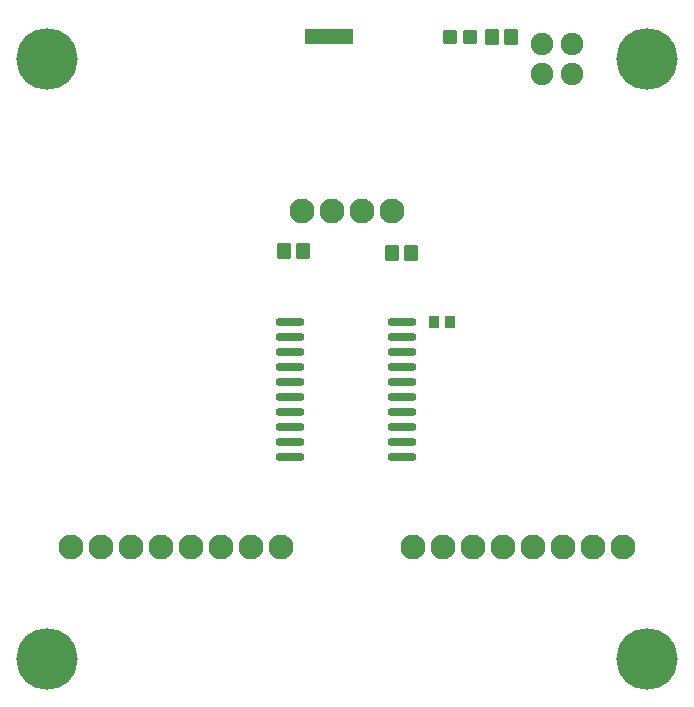
<source format=gts>
G04 Layer: TopSolderMaskLayer*
G04 Panelize: , Column: 2, Row: 2, Board Size: 58.42mm x 58.42mm, Panelized Board Size: 118.84mm x 118.84mm*
G04 EasyEDA v6.5.34, 2023-08-21 18:11:39*
G04 cee4ee92fcc340cbb195a6d854c32cc1,5a6b42c53f6a479593ecc07194224c93,10*
G04 Gerber Generator version 0.2*
G04 Scale: 100 percent, Rotated: No, Reflected: No *
G04 Dimensions in millimeters *
G04 leading zeros omitted , absolute positions ,4 integer and 5 decimal *
%FSLAX45Y45*%
%MOMM*%

%AMMACRO1*1,1,$1,$2,$3*1,1,$1,$4,$5*1,1,$1,0-$2,0-$3*1,1,$1,0-$4,0-$5*20,1,$1,$2,$3,$4,$5,0*20,1,$1,$4,$5,0-$2,0-$3,0*20,1,$1,0-$2,0-$3,0-$4,0-$5,0*20,1,$1,0-$4,0-$5,$2,$3,0*4,1,4,$2,$3,$4,$5,0-$2,0-$3,0-$4,0-$5,$2,$3,0*%
%ADD10O,2.4615902X0.696595*%
%ADD11MACRO1,0.2032X-0.45X-0.5X-0.45X0.5*%
%ADD12MACRO1,0.2032X0.5X-0.55X-0.5X-0.55*%
%ADD13MACRO1,0.1016X-0.4X0.45X0.4X0.45*%
%ADD14C,5.2032*%
%ADD15C,1.9016*%
%ADD16C,2.1016*%

%LPD*%
D10*
G01*
X2435301Y3238500D03*
G01*
X2435301Y3111500D03*
G01*
X2435301Y2984500D03*
G01*
X2435301Y2857500D03*
G01*
X2435301Y2730500D03*
G01*
X2435301Y2603500D03*
G01*
X2435301Y2476500D03*
G01*
X2435301Y2349500D03*
G01*
X2435301Y2222500D03*
G01*
X2435301Y2095500D03*
G01*
X3381298Y3238500D03*
G01*
X3381298Y3111500D03*
G01*
X3381298Y2984500D03*
G01*
X3381298Y2857500D03*
G01*
X3381298Y2730500D03*
G01*
X3381298Y2603500D03*
G01*
X3381298Y2476500D03*
G01*
X3381298Y2349500D03*
G01*
X3381298Y2222500D03*
G01*
X3381298Y2095500D03*
D11*
G01*
X3788486Y5651492D03*
G01*
X3958485Y5651492D03*
D12*
G01*
X4149087Y5651500D03*
G01*
X4309092Y5651500D03*
G01*
X2383787Y3835400D03*
G01*
X2543792Y3835400D03*
G01*
X3298187Y3822700D03*
G01*
X3458192Y3822700D03*
D13*
G01*
X3791099Y3238500D03*
G01*
X3651100Y3238500D03*
D14*
G01*
X381000Y5461000D03*
G01*
X5461000Y5461000D03*
G01*
X5461000Y381000D03*
G01*
X381000Y381000D03*
D15*
G01*
X4572000Y5588000D03*
G01*
X4572000Y5334000D03*
G01*
X4826000Y5334000D03*
G01*
X4826000Y5588000D03*
D16*
G01*
X2359406Y1329893D03*
G01*
X2105406Y1329893D03*
G01*
X1851405Y1329893D03*
G01*
X1597405Y1329893D03*
G01*
X1343405Y1329893D03*
G01*
X1089405Y1329893D03*
G01*
X835405Y1329893D03*
G01*
X581405Y1329893D03*
G01*
X3477006Y1329893D03*
G01*
X3731006Y1329893D03*
G01*
X3985006Y1329893D03*
G01*
X4239006Y1329893D03*
G01*
X4493006Y1329893D03*
G01*
X4747006Y1329893D03*
G01*
X5001006Y1329893D03*
G01*
X5255006Y1329893D03*
G01*
X2794000Y4178300D03*
G01*
X3048000Y4178300D03*
G01*
X3302000Y4178300D03*
G01*
X2540000Y4178300D03*
G36*
X2565400Y5715000D02*
G01*
X2971800Y5715000D01*
X2971800Y5588000D01*
X2565400Y5588000D01*
G37*
M02*

</source>
